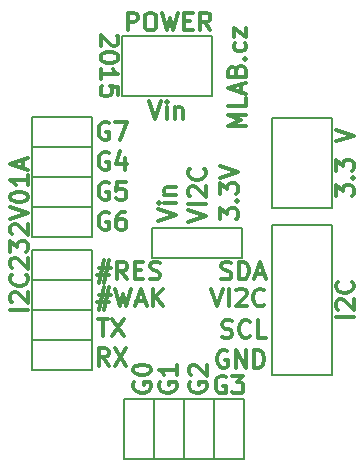
<source format=gbr>
G04 #@! TF.FileFunction,Legend,Top*
%FSLAX46Y46*%
G04 Gerber Fmt 4.6, Leading zero omitted, Abs format (unit mm)*
G04 Created by KiCad (PCBNEW 0.201503251001+5534~22~ubuntu14.04.1-product) date Čt 26. březen 2015, 00:38:27 CET*
%MOMM*%
G01*
G04 APERTURE LIST*
%ADD10C,0.300000*%
%ADD11C,0.150000*%
G04 APERTURE END LIST*
D10*
X9695571Y38131428D02*
X9767000Y38059999D01*
X9838429Y37917142D01*
X9838429Y37559999D01*
X9767000Y37417142D01*
X9695571Y37345713D01*
X9552714Y37274285D01*
X9409857Y37274285D01*
X9195571Y37345713D01*
X8338429Y38202856D01*
X8338429Y37274285D01*
X9838429Y36345714D02*
X9838429Y36202857D01*
X9767000Y36060000D01*
X9695571Y35988571D01*
X9552714Y35917142D01*
X9267000Y35845714D01*
X8909857Y35845714D01*
X8624143Y35917142D01*
X8481286Y35988571D01*
X8409857Y36060000D01*
X8338429Y36202857D01*
X8338429Y36345714D01*
X8409857Y36488571D01*
X8481286Y36560000D01*
X8624143Y36631428D01*
X8909857Y36702857D01*
X9267000Y36702857D01*
X9552714Y36631428D01*
X9695571Y36560000D01*
X9767000Y36488571D01*
X9838429Y36345714D01*
X8338429Y34417143D02*
X8338429Y35274286D01*
X8338429Y34845714D02*
X9838429Y34845714D01*
X9624143Y34988571D01*
X9481286Y35131429D01*
X9409857Y35274286D01*
X9838429Y33060000D02*
X9838429Y33774286D01*
X9124143Y33845715D01*
X9195571Y33774286D01*
X9267000Y33631429D01*
X9267000Y33274286D01*
X9195571Y33131429D01*
X9124143Y33060000D01*
X8981286Y32988572D01*
X8624143Y32988572D01*
X8481286Y33060000D01*
X8409857Y33131429D01*
X8338429Y33274286D01*
X8338429Y33631429D01*
X8409857Y33774286D01*
X8481286Y33845715D01*
X20617571Y30436857D02*
X19117571Y30436857D01*
X20189000Y30936857D01*
X19117571Y31436857D01*
X20617571Y31436857D01*
X20617571Y32865429D02*
X20617571Y32151143D01*
X19117571Y32151143D01*
X20189000Y33294000D02*
X20189000Y34008286D01*
X20617571Y33151143D02*
X19117571Y33651143D01*
X20617571Y34151143D01*
X19831857Y35151143D02*
X19903286Y35365429D01*
X19974714Y35436857D01*
X20117571Y35508286D01*
X20331857Y35508286D01*
X20474714Y35436857D01*
X20546143Y35365429D01*
X20617571Y35222571D01*
X20617571Y34651143D01*
X19117571Y34651143D01*
X19117571Y35151143D01*
X19189000Y35294000D01*
X19260429Y35365429D01*
X19403286Y35436857D01*
X19546143Y35436857D01*
X19689000Y35365429D01*
X19760429Y35294000D01*
X19831857Y35151143D01*
X19831857Y34651143D01*
X20474714Y36151143D02*
X20546143Y36222571D01*
X20617571Y36151143D01*
X20546143Y36079714D01*
X20474714Y36151143D01*
X20617571Y36151143D01*
X20546143Y37508286D02*
X20617571Y37365429D01*
X20617571Y37079715D01*
X20546143Y36936857D01*
X20474714Y36865429D01*
X20331857Y36794000D01*
X19903286Y36794000D01*
X19760429Y36865429D01*
X19689000Y36936857D01*
X19617571Y37079715D01*
X19617571Y37365429D01*
X19689000Y37508286D01*
X19617571Y38008286D02*
X19617571Y38794000D01*
X20617571Y38008286D01*
X20617571Y38794000D01*
X2202571Y14887573D02*
X702571Y14887573D01*
X845429Y15530430D02*
X774000Y15601859D01*
X702571Y15744716D01*
X702571Y16101859D01*
X774000Y16244716D01*
X845429Y16316145D01*
X988286Y16387573D01*
X1131143Y16387573D01*
X1345429Y16316145D01*
X2202571Y15459002D01*
X2202571Y16387573D01*
X2059714Y17887573D02*
X2131143Y17816144D01*
X2202571Y17601858D01*
X2202571Y17459001D01*
X2131143Y17244716D01*
X1988286Y17101858D01*
X1845429Y17030430D01*
X1559714Y16959001D01*
X1345429Y16959001D01*
X1059714Y17030430D01*
X916857Y17101858D01*
X774000Y17244716D01*
X702571Y17459001D01*
X702571Y17601858D01*
X774000Y17816144D01*
X845429Y17887573D01*
X845429Y18459001D02*
X774000Y18530430D01*
X702571Y18673287D01*
X702571Y19030430D01*
X774000Y19173287D01*
X845429Y19244716D01*
X988286Y19316144D01*
X1131143Y19316144D01*
X1345429Y19244716D01*
X2202571Y18387573D01*
X2202571Y19316144D01*
X702571Y19816144D02*
X702571Y20744715D01*
X1274000Y20244715D01*
X1274000Y20459001D01*
X1345429Y20601858D01*
X1416857Y20673287D01*
X1559714Y20744715D01*
X1916857Y20744715D01*
X2059714Y20673287D01*
X2131143Y20601858D01*
X2202571Y20459001D01*
X2202571Y20030429D01*
X2131143Y19887572D01*
X2059714Y19816144D01*
X845429Y21316143D02*
X774000Y21387572D01*
X702571Y21530429D01*
X702571Y21887572D01*
X774000Y22030429D01*
X845429Y22101858D01*
X988286Y22173286D01*
X1131143Y22173286D01*
X1345429Y22101858D01*
X2202571Y21244715D01*
X2202571Y22173286D01*
X702571Y22601857D02*
X2202571Y23101857D01*
X702571Y23601857D01*
X702571Y24387571D02*
X702571Y24530428D01*
X774000Y24673285D01*
X845429Y24744714D01*
X988286Y24816143D01*
X1274000Y24887571D01*
X1631143Y24887571D01*
X1916857Y24816143D01*
X2059714Y24744714D01*
X2131143Y24673285D01*
X2202571Y24530428D01*
X2202571Y24387571D01*
X2131143Y24244714D01*
X2059714Y24173285D01*
X1916857Y24101857D01*
X1631143Y24030428D01*
X1274000Y24030428D01*
X988286Y24101857D01*
X845429Y24173285D01*
X774000Y24244714D01*
X702571Y24387571D01*
X2202571Y26316142D02*
X2202571Y25458999D01*
X2202571Y25887571D02*
X702571Y25887571D01*
X916857Y25744714D01*
X1059714Y25601856D01*
X1131143Y25458999D01*
X1774000Y26887570D02*
X1774000Y27601856D01*
X2202571Y26744713D02*
X702571Y27244713D01*
X2202571Y27744713D01*
X18922857Y9259000D02*
X18780000Y9330429D01*
X18565714Y9330429D01*
X18351429Y9259000D01*
X18208571Y9116143D01*
X18137143Y8973286D01*
X18065714Y8687571D01*
X18065714Y8473286D01*
X18137143Y8187571D01*
X18208571Y8044714D01*
X18351429Y7901857D01*
X18565714Y7830429D01*
X18708571Y7830429D01*
X18922857Y7901857D01*
X18994286Y7973286D01*
X18994286Y8473286D01*
X18708571Y8473286D01*
X19494286Y9330429D02*
X20422857Y9330429D01*
X19922857Y8759000D01*
X20137143Y8759000D01*
X20280000Y8687571D01*
X20351429Y8616143D01*
X20422857Y8473286D01*
X20422857Y8116143D01*
X20351429Y7973286D01*
X20280000Y7901857D01*
X20137143Y7830429D01*
X19708571Y7830429D01*
X19565714Y7901857D01*
X19494286Y7973286D01*
X13347000Y8762857D02*
X13275571Y8620000D01*
X13275571Y8405714D01*
X13347000Y8191429D01*
X13489857Y8048571D01*
X13632714Y7977143D01*
X13918429Y7905714D01*
X14132714Y7905714D01*
X14418429Y7977143D01*
X14561286Y8048571D01*
X14704143Y8191429D01*
X14775571Y8405714D01*
X14775571Y8548571D01*
X14704143Y8762857D01*
X14632714Y8834286D01*
X14132714Y8834286D01*
X14132714Y8548571D01*
X14775571Y10262857D02*
X14775571Y9405714D01*
X14775571Y9834286D02*
X13275571Y9834286D01*
X13489857Y9691429D01*
X13632714Y9548571D01*
X13704143Y9405714D01*
X15887000Y8762857D02*
X15815571Y8620000D01*
X15815571Y8405714D01*
X15887000Y8191429D01*
X16029857Y8048571D01*
X16172714Y7977143D01*
X16458429Y7905714D01*
X16672714Y7905714D01*
X16958429Y7977143D01*
X17101286Y8048571D01*
X17244143Y8191429D01*
X17315571Y8405714D01*
X17315571Y8548571D01*
X17244143Y8762857D01*
X17172714Y8834286D01*
X16672714Y8834286D01*
X16672714Y8548571D01*
X15958429Y9405714D02*
X15887000Y9477143D01*
X15815571Y9620000D01*
X15815571Y9977143D01*
X15887000Y10120000D01*
X15958429Y10191429D01*
X16101286Y10262857D01*
X16244143Y10262857D01*
X16458429Y10191429D01*
X17315571Y9334286D01*
X17315571Y10262857D01*
X11188000Y8762857D02*
X11116571Y8620000D01*
X11116571Y8405714D01*
X11188000Y8191429D01*
X11330857Y8048571D01*
X11473714Y7977143D01*
X11759429Y7905714D01*
X11973714Y7905714D01*
X12259429Y7977143D01*
X12402286Y8048571D01*
X12545143Y8191429D01*
X12616571Y8405714D01*
X12616571Y8548571D01*
X12545143Y8762857D01*
X12473714Y8834286D01*
X11973714Y8834286D01*
X11973714Y8548571D01*
X11116571Y9762857D02*
X11116571Y9905714D01*
X11188000Y10048571D01*
X11259429Y10120000D01*
X11402286Y10191429D01*
X11688000Y10262857D01*
X12045143Y10262857D01*
X12330857Y10191429D01*
X12473714Y10120000D01*
X12545143Y10048571D01*
X12616571Y9905714D01*
X12616571Y9762857D01*
X12545143Y9620000D01*
X12473714Y9548571D01*
X12330857Y9477143D01*
X12045143Y9405714D01*
X11688000Y9405714D01*
X11402286Y9477143D01*
X11259429Y9548571D01*
X11188000Y9620000D01*
X11116571Y9762857D01*
X18482571Y22566286D02*
X18482571Y23494857D01*
X19054000Y22994857D01*
X19054000Y23209143D01*
X19125429Y23352000D01*
X19196857Y23423429D01*
X19339714Y23494857D01*
X19696857Y23494857D01*
X19839714Y23423429D01*
X19911143Y23352000D01*
X19982571Y23209143D01*
X19982571Y22780571D01*
X19911143Y22637714D01*
X19839714Y22566286D01*
X19839714Y24137714D02*
X19911143Y24209142D01*
X19982571Y24137714D01*
X19911143Y24066285D01*
X19839714Y24137714D01*
X19982571Y24137714D01*
X18482571Y24709143D02*
X18482571Y25637714D01*
X19054000Y25137714D01*
X19054000Y25352000D01*
X19125429Y25494857D01*
X19196857Y25566286D01*
X19339714Y25637714D01*
X19696857Y25637714D01*
X19839714Y25566286D01*
X19911143Y25494857D01*
X19982571Y25352000D01*
X19982571Y24923428D01*
X19911143Y24780571D01*
X19839714Y24709143D01*
X18482571Y26066285D02*
X19982571Y26566285D01*
X18482571Y27066285D01*
X13212071Y22431357D02*
X14712071Y22931357D01*
X13212071Y23431357D01*
X14712071Y23931357D02*
X13712071Y23931357D01*
X13212071Y23931357D02*
X13283500Y23859928D01*
X13354929Y23931357D01*
X13283500Y24002785D01*
X13212071Y23931357D01*
X13354929Y23931357D01*
X13712071Y24645643D02*
X14712071Y24645643D01*
X13854929Y24645643D02*
X13783500Y24717071D01*
X13712071Y24859929D01*
X13712071Y25074214D01*
X13783500Y25217071D01*
X13926357Y25288500D01*
X14712071Y25288500D01*
X15752071Y22367857D02*
X17252071Y22867857D01*
X15752071Y23367857D01*
X17252071Y23867857D02*
X15752071Y23867857D01*
X15894929Y24510714D02*
X15823500Y24582143D01*
X15752071Y24725000D01*
X15752071Y25082143D01*
X15823500Y25225000D01*
X15894929Y25296429D01*
X16037786Y25367857D01*
X16180643Y25367857D01*
X16394929Y25296429D01*
X17252071Y24439286D01*
X17252071Y25367857D01*
X17109214Y26867857D02*
X17180643Y26796428D01*
X17252071Y26582142D01*
X17252071Y26439285D01*
X17180643Y26225000D01*
X17037786Y26082142D01*
X16894929Y26010714D01*
X16609214Y25939285D01*
X16394929Y25939285D01*
X16109214Y26010714D01*
X15966357Y26082142D01*
X15823500Y26225000D01*
X15752071Y26439285D01*
X15752071Y26582142D01*
X15823500Y26796428D01*
X15894929Y26867857D01*
X28261571Y24519287D02*
X28261571Y25447858D01*
X28833000Y24947858D01*
X28833000Y25162144D01*
X28904429Y25305001D01*
X28975857Y25376430D01*
X29118714Y25447858D01*
X29475857Y25447858D01*
X29618714Y25376430D01*
X29690143Y25305001D01*
X29761571Y25162144D01*
X29761571Y24733572D01*
X29690143Y24590715D01*
X29618714Y24519287D01*
X29618714Y26090715D02*
X29690143Y26162143D01*
X29761571Y26090715D01*
X29690143Y26019286D01*
X29618714Y26090715D01*
X29761571Y26090715D01*
X28261571Y26662144D02*
X28261571Y27590715D01*
X28833000Y27090715D01*
X28833000Y27305001D01*
X28904429Y27447858D01*
X28975857Y27519287D01*
X29118714Y27590715D01*
X29475857Y27590715D01*
X29618714Y27519287D01*
X29690143Y27447858D01*
X29761571Y27305001D01*
X29761571Y26876429D01*
X29690143Y26733572D01*
X29618714Y26662144D01*
X28261571Y29162143D02*
X29761571Y29662143D01*
X28261571Y30162143D01*
X12434286Y32571429D02*
X12934286Y31071429D01*
X13434286Y32571429D01*
X13934286Y31071429D02*
X13934286Y32071429D01*
X13934286Y32571429D02*
X13862857Y32500000D01*
X13934286Y32428571D01*
X14005714Y32500000D01*
X13934286Y32571429D01*
X13934286Y32428571D01*
X14648572Y32071429D02*
X14648572Y31071429D01*
X14648572Y31928571D02*
X14720000Y32000000D01*
X14862858Y32071429D01*
X15077143Y32071429D01*
X15220000Y32000000D01*
X15291429Y31857143D01*
X15291429Y31071429D01*
X10632714Y38564429D02*
X10632714Y40064429D01*
X11204142Y40064429D01*
X11347000Y39993000D01*
X11418428Y39921571D01*
X11489857Y39778714D01*
X11489857Y39564429D01*
X11418428Y39421571D01*
X11347000Y39350143D01*
X11204142Y39278714D01*
X10632714Y39278714D01*
X12418428Y40064429D02*
X12704142Y40064429D01*
X12847000Y39993000D01*
X12989857Y39850143D01*
X13061285Y39564429D01*
X13061285Y39064429D01*
X12989857Y38778714D01*
X12847000Y38635857D01*
X12704142Y38564429D01*
X12418428Y38564429D01*
X12275571Y38635857D01*
X12132714Y38778714D01*
X12061285Y39064429D01*
X12061285Y39564429D01*
X12132714Y39850143D01*
X12275571Y39993000D01*
X12418428Y40064429D01*
X13561286Y40064429D02*
X13918429Y38564429D01*
X14204143Y39635857D01*
X14489857Y38564429D01*
X14847000Y40064429D01*
X15418429Y39350143D02*
X15918429Y39350143D01*
X16132715Y38564429D02*
X15418429Y38564429D01*
X15418429Y40064429D01*
X16132715Y40064429D01*
X17632715Y38564429D02*
X17132715Y39278714D01*
X16775572Y38564429D02*
X16775572Y40064429D01*
X17347000Y40064429D01*
X17489858Y39993000D01*
X17561286Y39921571D01*
X17632715Y39778714D01*
X17632715Y39564429D01*
X17561286Y39421571D01*
X17489858Y39350143D01*
X17347000Y39278714D01*
X16775572Y39278714D01*
X19050428Y11418000D02*
X18907571Y11489429D01*
X18693285Y11489429D01*
X18479000Y11418000D01*
X18336142Y11275143D01*
X18264714Y11132286D01*
X18193285Y10846571D01*
X18193285Y10632286D01*
X18264714Y10346571D01*
X18336142Y10203714D01*
X18479000Y10060857D01*
X18693285Y9989429D01*
X18836142Y9989429D01*
X19050428Y10060857D01*
X19121857Y10132286D01*
X19121857Y10632286D01*
X18836142Y10632286D01*
X19764714Y9989429D02*
X19764714Y11489429D01*
X20621857Y9989429D01*
X20621857Y11489429D01*
X21336143Y9989429D02*
X21336143Y11489429D01*
X21693286Y11489429D01*
X21907571Y11418000D01*
X22050429Y11275143D01*
X22121857Y11132286D01*
X22193286Y10846571D01*
X22193286Y10632286D01*
X22121857Y10346571D01*
X22050429Y10203714D01*
X21907571Y10060857D01*
X21693286Y9989429D01*
X21336143Y9989429D01*
X18621857Y12600857D02*
X18836143Y12529429D01*
X19193286Y12529429D01*
X19336143Y12600857D01*
X19407572Y12672286D01*
X19479000Y12815143D01*
X19479000Y12958000D01*
X19407572Y13100857D01*
X19336143Y13172286D01*
X19193286Y13243714D01*
X18907572Y13315143D01*
X18764714Y13386571D01*
X18693286Y13458000D01*
X18621857Y13600857D01*
X18621857Y13743714D01*
X18693286Y13886571D01*
X18764714Y13958000D01*
X18907572Y14029429D01*
X19264714Y14029429D01*
X19479000Y13958000D01*
X20979000Y12672286D02*
X20907571Y12600857D01*
X20693285Y12529429D01*
X20550428Y12529429D01*
X20336143Y12600857D01*
X20193285Y12743714D01*
X20121857Y12886571D01*
X20050428Y13172286D01*
X20050428Y13386571D01*
X20121857Y13672286D01*
X20193285Y13815143D01*
X20336143Y13958000D01*
X20550428Y14029429D01*
X20693285Y14029429D01*
X20907571Y13958000D01*
X20979000Y13886571D01*
X22336143Y12529429D02*
X21621857Y12529429D01*
X21621857Y14029429D01*
X17693286Y16696429D02*
X18193286Y15196429D01*
X18693286Y16696429D01*
X19193286Y15196429D02*
X19193286Y16696429D01*
X19836143Y16553571D02*
X19907572Y16625000D01*
X20050429Y16696429D01*
X20407572Y16696429D01*
X20550429Y16625000D01*
X20621858Y16553571D01*
X20693286Y16410714D01*
X20693286Y16267857D01*
X20621858Y16053571D01*
X19764715Y15196429D01*
X20693286Y15196429D01*
X22193286Y15339286D02*
X22121857Y15267857D01*
X21907571Y15196429D01*
X21764714Y15196429D01*
X21550429Y15267857D01*
X21407571Y15410714D01*
X21336143Y15553571D01*
X21264714Y15839286D01*
X21264714Y16053571D01*
X21336143Y16339286D01*
X21407571Y16482143D01*
X21550429Y16625000D01*
X21764714Y16696429D01*
X21907571Y16696429D01*
X22121857Y16625000D01*
X22193286Y16553571D01*
X18550429Y17553857D02*
X18764715Y17482429D01*
X19121858Y17482429D01*
X19264715Y17553857D01*
X19336144Y17625286D01*
X19407572Y17768143D01*
X19407572Y17911000D01*
X19336144Y18053857D01*
X19264715Y18125286D01*
X19121858Y18196714D01*
X18836144Y18268143D01*
X18693286Y18339571D01*
X18621858Y18411000D01*
X18550429Y18553857D01*
X18550429Y18696714D01*
X18621858Y18839571D01*
X18693286Y18911000D01*
X18836144Y18982429D01*
X19193286Y18982429D01*
X19407572Y18911000D01*
X20050429Y17482429D02*
X20050429Y18982429D01*
X20407572Y18982429D01*
X20621857Y18911000D01*
X20764715Y18768143D01*
X20836143Y18625286D01*
X20907572Y18339571D01*
X20907572Y18125286D01*
X20836143Y17839571D01*
X20764715Y17696714D01*
X20621857Y17553857D01*
X20407572Y17482429D01*
X20050429Y17482429D01*
X21479000Y17911000D02*
X22193286Y17911000D01*
X21336143Y17482429D02*
X21836143Y18982429D01*
X22336143Y17482429D01*
X29761571Y14283715D02*
X28261571Y14283715D01*
X28404429Y14926572D02*
X28333000Y14998001D01*
X28261571Y15140858D01*
X28261571Y15498001D01*
X28333000Y15640858D01*
X28404429Y15712287D01*
X28547286Y15783715D01*
X28690143Y15783715D01*
X28904429Y15712287D01*
X29761571Y14855144D01*
X29761571Y15783715D01*
X29618714Y17283715D02*
X29690143Y17212286D01*
X29761571Y16998000D01*
X29761571Y16855143D01*
X29690143Y16640858D01*
X29547286Y16498000D01*
X29404429Y16426572D01*
X29118714Y16355143D01*
X28904429Y16355143D01*
X28618714Y16426572D01*
X28475857Y16498000D01*
X28333000Y16640858D01*
X28261571Y16855143D01*
X28261571Y16998000D01*
X28333000Y17212286D01*
X28404429Y17283715D01*
X9024786Y10179929D02*
X8524786Y10894214D01*
X8167643Y10179929D02*
X8167643Y11679929D01*
X8739071Y11679929D01*
X8881929Y11608500D01*
X8953357Y11537071D01*
X9024786Y11394214D01*
X9024786Y11179929D01*
X8953357Y11037071D01*
X8881929Y10965643D01*
X8739071Y10894214D01*
X8167643Y10894214D01*
X9524786Y11679929D02*
X10524786Y10179929D01*
X10524786Y11679929D02*
X9524786Y10179929D01*
X8080357Y14156429D02*
X8937500Y14156429D01*
X8508929Y12656429D02*
X8508929Y14156429D01*
X9294643Y14156429D02*
X10294643Y12656429D01*
X10294643Y14156429D02*
X9294643Y12656429D01*
X8159714Y16196429D02*
X9231143Y16196429D01*
X8588286Y16839286D02*
X8159714Y14910714D01*
X9088286Y15553571D02*
X8016857Y15553571D01*
X8659714Y14910714D02*
X9088286Y16839286D01*
X9588286Y16696429D02*
X9945429Y15196429D01*
X10231143Y16267857D01*
X10516857Y15196429D01*
X10874000Y16696429D01*
X11374000Y15625000D02*
X12088286Y15625000D01*
X11231143Y15196429D02*
X11731143Y16696429D01*
X12231143Y15196429D01*
X12731143Y15196429D02*
X12731143Y16696429D01*
X13588286Y15196429D02*
X12945429Y16053571D01*
X13588286Y16696429D02*
X12731143Y15839286D01*
X8159714Y18482429D02*
X9231143Y18482429D01*
X8588286Y19125286D02*
X8159714Y17196714D01*
X9088286Y17839571D02*
X8016857Y17839571D01*
X8659714Y17196714D02*
X9088286Y19125286D01*
X10588286Y17482429D02*
X10088286Y18196714D01*
X9731143Y17482429D02*
X9731143Y18982429D01*
X10302571Y18982429D01*
X10445429Y18911000D01*
X10516857Y18839571D01*
X10588286Y18696714D01*
X10588286Y18482429D01*
X10516857Y18339571D01*
X10445429Y18268143D01*
X10302571Y18196714D01*
X9731143Y18196714D01*
X11231143Y18268143D02*
X11731143Y18268143D01*
X11945429Y17482429D02*
X11231143Y17482429D01*
X11231143Y18982429D01*
X11945429Y18982429D01*
X12516857Y17553857D02*
X12731143Y17482429D01*
X13088286Y17482429D01*
X13231143Y17553857D01*
X13302572Y17625286D01*
X13374000Y17768143D01*
X13374000Y17911000D01*
X13302572Y18053857D01*
X13231143Y18125286D01*
X13088286Y18196714D01*
X12802572Y18268143D01*
X12659714Y18339571D01*
X12588286Y18411000D01*
X12516857Y18553857D01*
X12516857Y18696714D01*
X12588286Y18839571D01*
X12659714Y18911000D01*
X12802572Y18982429D01*
X13159714Y18982429D01*
X13374000Y18911000D01*
X9016857Y23102000D02*
X8874000Y23173429D01*
X8659714Y23173429D01*
X8445429Y23102000D01*
X8302571Y22959143D01*
X8231143Y22816286D01*
X8159714Y22530571D01*
X8159714Y22316286D01*
X8231143Y22030571D01*
X8302571Y21887714D01*
X8445429Y21744857D01*
X8659714Y21673429D01*
X8802571Y21673429D01*
X9016857Y21744857D01*
X9088286Y21816286D01*
X9088286Y22316286D01*
X8802571Y22316286D01*
X10374000Y23173429D02*
X10088286Y23173429D01*
X9945429Y23102000D01*
X9874000Y23030571D01*
X9731143Y22816286D01*
X9659714Y22530571D01*
X9659714Y21959143D01*
X9731143Y21816286D01*
X9802571Y21744857D01*
X9945429Y21673429D01*
X10231143Y21673429D01*
X10374000Y21744857D01*
X10445429Y21816286D01*
X10516857Y21959143D01*
X10516857Y22316286D01*
X10445429Y22459143D01*
X10374000Y22530571D01*
X10231143Y22602000D01*
X9945429Y22602000D01*
X9802571Y22530571D01*
X9731143Y22459143D01*
X9659714Y22316286D01*
X9016857Y25642000D02*
X8874000Y25713429D01*
X8659714Y25713429D01*
X8445429Y25642000D01*
X8302571Y25499143D01*
X8231143Y25356286D01*
X8159714Y25070571D01*
X8159714Y24856286D01*
X8231143Y24570571D01*
X8302571Y24427714D01*
X8445429Y24284857D01*
X8659714Y24213429D01*
X8802571Y24213429D01*
X9016857Y24284857D01*
X9088286Y24356286D01*
X9088286Y24856286D01*
X8802571Y24856286D01*
X10445429Y25713429D02*
X9731143Y25713429D01*
X9659714Y24999143D01*
X9731143Y25070571D01*
X9874000Y25142000D01*
X10231143Y25142000D01*
X10374000Y25070571D01*
X10445429Y24999143D01*
X10516857Y24856286D01*
X10516857Y24499143D01*
X10445429Y24356286D01*
X10374000Y24284857D01*
X10231143Y24213429D01*
X9874000Y24213429D01*
X9731143Y24284857D01*
X9659714Y24356286D01*
X9016857Y28182000D02*
X8874000Y28253429D01*
X8659714Y28253429D01*
X8445429Y28182000D01*
X8302571Y28039143D01*
X8231143Y27896286D01*
X8159714Y27610571D01*
X8159714Y27396286D01*
X8231143Y27110571D01*
X8302571Y26967714D01*
X8445429Y26824857D01*
X8659714Y26753429D01*
X8802571Y26753429D01*
X9016857Y26824857D01*
X9088286Y26896286D01*
X9088286Y27396286D01*
X8802571Y27396286D01*
X10374000Y27753429D02*
X10374000Y26753429D01*
X10016857Y28324857D02*
X9659714Y27253429D01*
X10588286Y27253429D01*
X9016857Y30722000D02*
X8874000Y30793429D01*
X8659714Y30793429D01*
X8445429Y30722000D01*
X8302571Y30579143D01*
X8231143Y30436286D01*
X8159714Y30150571D01*
X8159714Y29936286D01*
X8231143Y29650571D01*
X8302571Y29507714D01*
X8445429Y29364857D01*
X8659714Y29293429D01*
X8802571Y29293429D01*
X9016857Y29364857D01*
X9088286Y29436286D01*
X9088286Y29936286D01*
X8802571Y29936286D01*
X9588286Y30793429D02*
X10588286Y30793429D01*
X9945429Y29293429D01*
D11*
X10160000Y33020000D02*
X10160000Y38100000D01*
X10160000Y38100000D02*
X17780000Y38100000D01*
X17780000Y38100000D02*
X17780000Y33020000D01*
X17780000Y33020000D02*
X10160000Y33020000D01*
X2540000Y14859000D02*
X7620000Y14859000D01*
X7620000Y14859000D02*
X7620000Y12319000D01*
X7620000Y12319000D02*
X2540000Y12319000D01*
X2540000Y12319000D02*
X2540000Y14859000D01*
X2540000Y12319000D02*
X7620000Y12319000D01*
X7620000Y12319000D02*
X7620000Y9779000D01*
X7620000Y9779000D02*
X2540000Y9779000D01*
X2540000Y9779000D02*
X2540000Y12319000D01*
X7620000Y17399000D02*
X2540000Y17399000D01*
X2540000Y17399000D02*
X2540000Y19939000D01*
X2540000Y19939000D02*
X7620000Y19939000D01*
X7620000Y19939000D02*
X7620000Y17399000D01*
X2540000Y17399000D02*
X7620000Y17399000D01*
X7620000Y17399000D02*
X7620000Y14859000D01*
X7620000Y14859000D02*
X2540000Y14859000D01*
X2540000Y14859000D02*
X2540000Y17399000D01*
X22860000Y31115000D02*
X27940000Y31115000D01*
X27940000Y31115000D02*
X27940000Y23495000D01*
X27940000Y23495000D02*
X22860000Y23495000D01*
X22860000Y23495000D02*
X22860000Y31115000D01*
X10287000Y2286000D02*
X10287000Y7366000D01*
X10287000Y7366000D02*
X12827000Y7366000D01*
X12827000Y7366000D02*
X12827000Y2286000D01*
X12827000Y2286000D02*
X10287000Y2286000D01*
X12827000Y2286000D02*
X12827000Y7366000D01*
X12827000Y7366000D02*
X15367000Y7366000D01*
X15367000Y7366000D02*
X15367000Y2286000D01*
X15367000Y2286000D02*
X12827000Y2286000D01*
X17907000Y7366000D02*
X17907000Y2286000D01*
X17907000Y2286000D02*
X15367000Y2286000D01*
X15367000Y2286000D02*
X15367000Y7366000D01*
X15367000Y7366000D02*
X17907000Y7366000D01*
X20447000Y7366000D02*
X20447000Y2286000D01*
X20447000Y2286000D02*
X17907000Y2286000D01*
X17907000Y2286000D02*
X17907000Y7366000D01*
X17907000Y7366000D02*
X20447000Y7366000D01*
X7620000Y26162000D02*
X2540000Y26162000D01*
X2540000Y26162000D02*
X2540000Y28702000D01*
X2540000Y28702000D02*
X7620000Y28702000D01*
X7620000Y28702000D02*
X7620000Y26162000D01*
X2540000Y26162000D02*
X7620000Y26162000D01*
X7620000Y26162000D02*
X7620000Y23622000D01*
X7620000Y23622000D02*
X2540000Y23622000D01*
X2540000Y23622000D02*
X2540000Y26162000D01*
X7620000Y21082000D02*
X2540000Y21082000D01*
X2540000Y21082000D02*
X2540000Y23622000D01*
X2540000Y23622000D02*
X7620000Y23622000D01*
X7620000Y23622000D02*
X7620000Y21082000D01*
X2540000Y31242000D02*
X7620000Y31242000D01*
X7620000Y31242000D02*
X7620000Y28702000D01*
X7620000Y28702000D02*
X2540000Y28702000D01*
X2540000Y28702000D02*
X2540000Y31242000D01*
X20320000Y21844000D02*
X20320000Y19304000D01*
X20320000Y19304000D02*
X12700000Y19304000D01*
X12700000Y19304000D02*
X12700000Y21844000D01*
X12700000Y21844000D02*
X20320000Y21844000D01*
X22860000Y22098000D02*
X27940000Y22098000D01*
X27940000Y22098000D02*
X27940000Y9398000D01*
X27940000Y9398000D02*
X22860000Y9398000D01*
X22860000Y9398000D02*
X22860000Y22098000D01*
M02*

</source>
